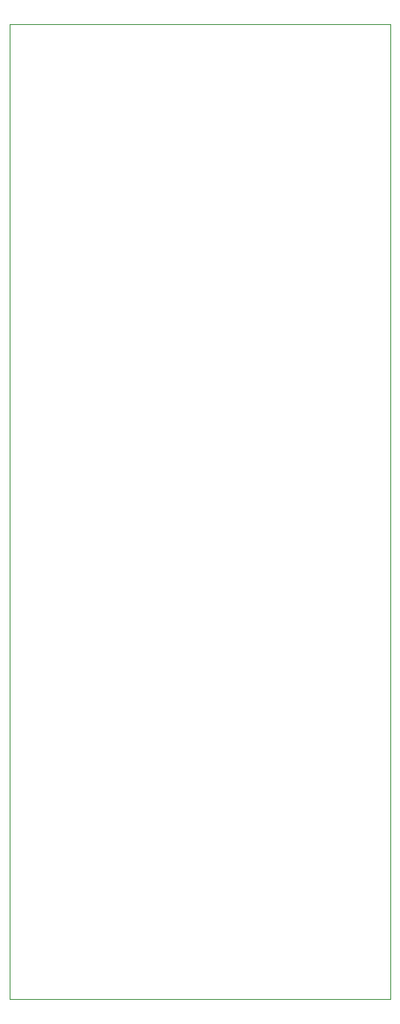
<source format=gbr>
G04 #@! TF.GenerationSoftware,KiCad,Pcbnew,(6.0.11)*
G04 #@! TF.CreationDate,2023-03-02T17:23:34+00:00*
G04 #@! TF.ProjectId,QMidiMonger_controls,514d6964-694d-46f6-9e67-65725f636f6e,rev?*
G04 #@! TF.SameCoordinates,Original*
G04 #@! TF.FileFunction,Profile,NP*
%FSLAX46Y46*%
G04 Gerber Fmt 4.6, Leading zero omitted, Abs format (unit mm)*
G04 Created by KiCad (PCBNEW (6.0.11)) date 2023-03-02 17:23:34*
%MOMM*%
%LPD*%
G01*
G04 APERTURE LIST*
G04 #@! TA.AperFunction,Profile*
%ADD10C,0.100000*%
G04 #@! TD*
G04 APERTURE END LIST*
D10*
X96000000Y-44000000D02*
X136000000Y-44000000D01*
X136000000Y-44000000D02*
X136000000Y-146500000D01*
X136000000Y-146500000D02*
X96000000Y-146500000D01*
X96000000Y-146500000D02*
X96000000Y-44000000D01*
M02*

</source>
